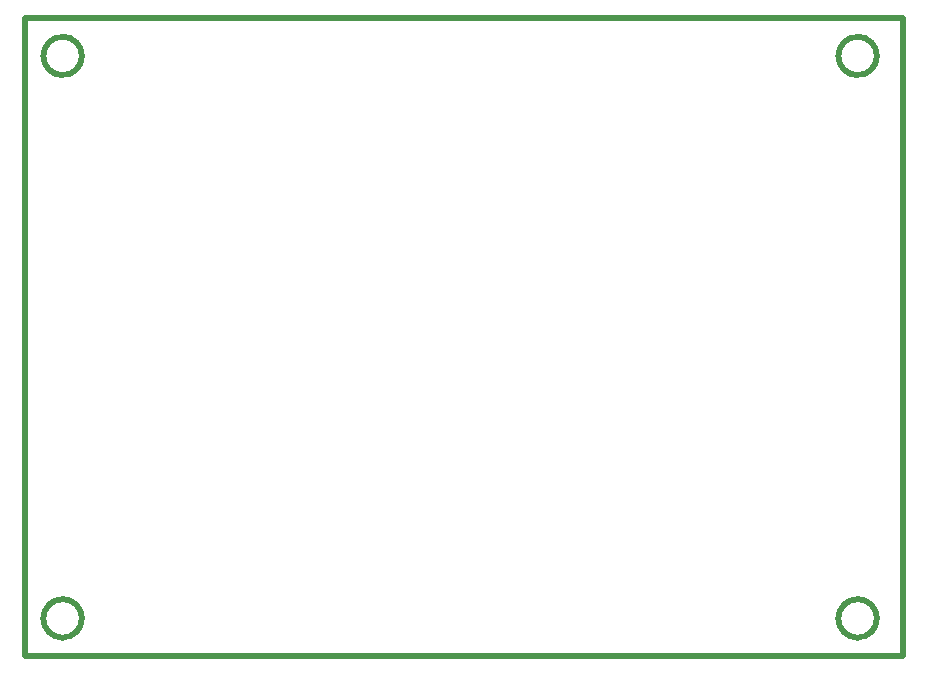
<source format=gko>
G04*
G04 #@! TF.GenerationSoftware,Altium Limited,Altium Designer,19.1.8 (144)*
G04*
G04 Layer_Color=32768*
%FSLAX44Y44*%
%MOMM*%
G71*
G01*
G75*
%ADD50C,0.5080*%
D50*
X704850Y491642D02*
G03*
X721208Y508000I0J16358D01*
G01*
D02*
G03*
X704850Y524357I-16358J0D01*
G01*
D02*
G03*
X688492Y508000I0J-16358D01*
G01*
D02*
G03*
X704850Y491642I16358J0D01*
G01*
Y15392D02*
G03*
X721208Y31750I0J16358D01*
G01*
D02*
G03*
X704850Y48107I-16358J0D01*
G01*
D02*
G03*
X688492Y31750I0J-16358D01*
G01*
D02*
G03*
X704850Y15392I16358J0D01*
G01*
X31750D02*
G03*
X48108Y31750I0J16358D01*
G01*
D02*
G03*
X31750Y48107I-16358J0D01*
G01*
D02*
G03*
X15392Y31750I0J-16358D01*
G01*
D02*
G03*
X31750Y15392I16358J0D01*
G01*
Y491642D02*
G03*
X48108Y508000I0J16358D01*
G01*
D02*
G03*
X31750Y524357I-16358J0D01*
G01*
D02*
G03*
X15392Y508000I0J-16358D01*
G01*
D02*
G03*
X31750Y491642I16358J0D01*
G01*
X0Y0D02*
Y539750D01*
X742950D01*
Y0D02*
Y539750D01*
X0Y0D02*
X742950D01*
M02*

</source>
